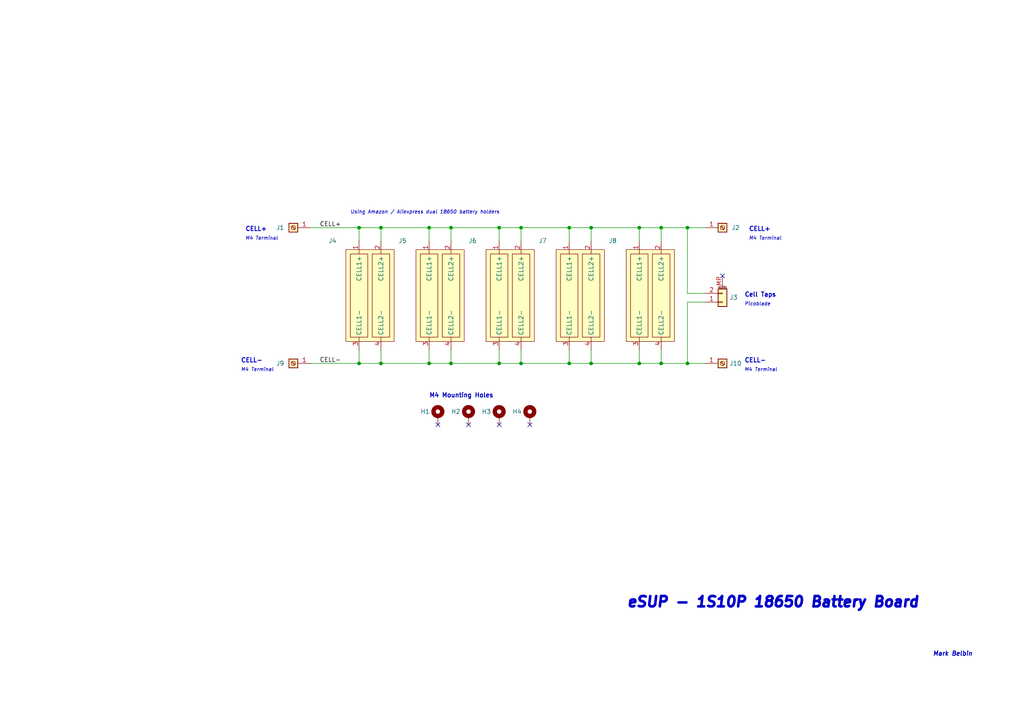
<source format=kicad_sch>
(kicad_sch (version 20230121) (generator eeschema)
  (paper "A4")
  (title_block (title "eSUP - 1S10P 18650 Battery Board") (date "2023-11-11") (rev "V1"))
  (lib_symbols
    (symbol "Connector:Screw_Terminal_01x01" (pin_names (offset 1.016) hide)
      (property "Reference" "J" (at 0 2.54 0))
      (property "Value" "Screw_Terminal_01x01" (at 0 -2.54 0))
      (symbol "Screw_Terminal_01x01_1_1"
        (rectangle (start -1.27 1.27) (end 1.27 -1.27) (stroke (width 0.254)) (fill (type background)))
        (polyline (pts (xy -0.5334 0.3302) (xy 0.3302 -0.508)) (stroke (width 0.1524)))
        (polyline (pts (xy -0.3556 0.508) (xy 0.508 -0.3302)) (stroke (width 0.1524)))
        (circle (center 0 0) (radius 0.635) (stroke (width 0.1524)))
        (pin passive line (at -5.08 0 0) (length 3.81) (name "Pin_1") (number "1"))
      )
    )
    (symbol "Connector_Generic_MountingPin:Conn_01x02_MountingPin" (pin_names (offset 1.016) hide)
      (property "Reference" "J" (at 0 2.54 0))
      (property "Value" "Conn_01x02_MountingPin" (at 1.27 -5.08 0))
      (symbol "Conn_01x02_MountingPin_1_1"
        (rectangle (start -1.27 -2.413) (end 0 -2.667) (stroke (width 0.1524)))
        (rectangle (start -1.27 0.127) (end 0 -0.127) (stroke (width 0.1524)))
        (rectangle (start -1.27 1.27) (end 1.27 -3.81) (stroke (width 0.254)) (fill (type background)))
        (polyline (pts (xy -1.016 -4.572) (xy 1.016 -4.572)) (stroke (width 0.1524)))
        (text "Mounting" (at 0 -4.191 0) (effects (font (size 0.381 0.381))))
        (pin passive line (at -5.08 0 0) (length 3.81) (name "Pin_1") (number "1"))
        (pin passive line (at -5.08 -2.54 0) (length 3.81) (name "Pin_2") (number "2"))
        (pin passive line (at 0 -7.62 90) (length 3.048) (name "MountPin") (number "MP"))
      )
    )
    (symbol "Mechanical:MountingHole_Pad" (pin_numbers hide) (pin_names (offset 1.016) hide)
      (property "Reference" "H" (at 0 6.35 0))
      (property "Value" "MountingHole_Pad" (at 0 4.445 0))
      (symbol "MountingHole_Pad_0_1"
        (circle (center 0 1.27) (radius 1.27) (stroke (width 1.27)))
      )
      (symbol "MountingHole_Pad_1_1"
        (pin input line (at 0 -2.54 90) (length 2.54) (name "1") (number "1"))
      )
    )
    (symbol "battery_holder:dual_18650_battery_holder"
      (property "Reference" "J" (at 8.89 13.97 0))
      (property "Value" "dual_18650_battery_holder" (at 21.59 11.43 0))
      (symbol "dual_18650_battery_holder_0_0"
        (text_box "" (at -5.08 11.43 0) (size 5.08 -24.13) (effects (font (size 1.27 1.27)) (justify left top)))
      )
      (symbol "dual_18650_battery_holder_1_1"
        (rectangle (start -6.35 12.7) (end 7.62 -13.97) (fill (type background)))
        (rectangle (start 1.27 11.43) (end 6.35 -12.7))
        (pin passive line (at -2.54 15.24 270) (length 3.81) (name "CELL1+") (number "1"))
        (pin passive line (at 3.81 15.24 270) (length 3.81) (name "CELL2+") (number "2"))
        (pin passive line (at -2.54 -16.51 90) (length 3.81) (name "CELL1-") (number "3"))
        (pin passive line (at 3.81 -16.51 90) (length 3.81) (name "CELL2-") (number "4"))
      )
    )
  )
  (junction (at 185.42 66.04))
  (junction (at 144.78 66.04))
  (junction (at 171.45 105.41))
  (junction (at 144.78 105.41))
  (junction (at 185.42 105.41))
  (junction (at 165.1 66.04))
  (junction (at 130.81 66.04))
  (junction (at 199.39 66.04))
  (junction (at 110.49 105.41))
  (junction (at 199.39 105.41))
  (junction (at 191.77 105.41))
  (junction (at 110.49 66.04))
  (junction (at 130.81 105.41))
  (junction (at 104.14 66.04))
  (junction (at 171.45 66.04))
  (junction (at 151.13 66.04))
  (junction (at 104.14 105.41))
  (junction (at 151.13 105.41))
  (junction (at 165.1 105.41))
  (junction (at 191.77 66.04))
  (junction (at 124.46 105.41))
  (junction (at 124.46 66.04))
  (no_connect (at 144.78 123.19))
  (no_connect (at 127 123.19))
  (no_connect (at 209.55 80.01))
  (no_connect (at 135.89 123.19))
  (no_connect (at 153.67 123.19))
  (wire (pts (xy 199.39 66.04) (xy 204.47 66.04)))
  (wire (pts (xy 104.14 105.41) (xy 110.49 105.41)))
  (wire (pts (xy 104.14 66.04) (xy 104.14 69.85)))
  (wire (pts (xy 124.46 66.04) (xy 124.46 69.85)))
  (wire (pts (xy 90.17 66.04) (xy 104.14 66.04)))
  (wire (pts (xy 130.81 66.04) (xy 144.78 66.04)))
  (wire (pts (xy 171.45 66.04) (xy 185.42 66.04)))
  (wire (pts (xy 90.17 105.41) (xy 104.14 105.41)))
  (wire (pts (xy 185.42 105.41) (xy 185.42 101.6)))
  (wire (pts (xy 185.42 105.41) (xy 191.77 105.41)))
  (wire (pts (xy 185.42 66.04) (xy 191.77 66.04)))
  (wire (pts (xy 144.78 66.04) (xy 151.13 66.04)))
  (wire (pts (xy 130.81 105.41) (xy 130.81 101.6)))
  (wire (pts (xy 110.49 105.41) (xy 124.46 105.41)))
  (wire (pts (xy 144.78 105.41) (xy 151.13 105.41)))
  (wire (pts (xy 124.46 105.41) (xy 124.46 101.6)))
  (wire (pts (xy 165.1 66.04) (xy 165.1 69.85)))
  (wire (pts (xy 110.49 105.41) (xy 110.49 101.6)))
  (wire (pts (xy 151.13 66.04) (xy 151.13 69.85)))
  (wire (pts (xy 104.14 66.04) (xy 110.49 66.04)))
  (wire (pts (xy 191.77 66.04) (xy 191.77 69.85)))
  (wire (pts (xy 110.49 66.04) (xy 124.46 66.04)))
  (wire (pts (xy 199.39 87.63) (xy 199.39 105.41)))
  (wire (pts (xy 185.42 66.04) (xy 185.42 69.85)))
  (wire (pts (xy 165.1 105.41) (xy 171.45 105.41)))
  (wire (pts (xy 191.77 105.41) (xy 199.39 105.41)))
  (wire (pts (xy 151.13 105.41) (xy 165.1 105.41)))
  (wire (pts (xy 130.81 66.04) (xy 130.81 69.85)))
  (wire (pts (xy 199.39 105.41) (xy 204.47 105.41)))
  (wire (pts (xy 171.45 105.41) (xy 171.45 101.6)))
  (wire (pts (xy 124.46 66.04) (xy 130.81 66.04)))
  (wire (pts (xy 165.1 105.41) (xy 165.1 101.6)))
  (wire (pts (xy 204.47 85.09) (xy 199.39 85.09)))
  (wire (pts (xy 104.14 105.41) (xy 104.14 101.6)))
  (wire (pts (xy 165.1 66.04) (xy 171.45 66.04)))
  (wire (pts (xy 151.13 105.41) (xy 151.13 101.6)))
  (wire (pts (xy 124.46 105.41) (xy 130.81 105.41)))
  (wire (pts (xy 130.81 105.41) (xy 144.78 105.41)))
  (wire (pts (xy 199.39 85.09) (xy 199.39 66.04)))
  (wire (pts (xy 171.45 66.04) (xy 171.45 69.85)))
  (wire (pts (xy 144.78 105.41) (xy 144.78 101.6)))
  (wire (pts (xy 144.78 66.04) (xy 144.78 69.85)))
  (wire (pts (xy 191.77 66.04) (xy 199.39 66.04)))
  (wire (pts (xy 191.77 105.41) (xy 191.77 101.6)))
  (wire (pts (xy 204.47 87.63) (xy 199.39 87.63)))
  (wire (pts (xy 110.49 66.04) (xy 110.49 69.85)))
  (wire (pts (xy 151.13 66.04) (xy 165.1 66.04)))
  (wire (pts (xy 171.45 105.41) (xy 185.42 105.41)))
  (text "CELL+" (at 71.12 67.31 0) (effects (font (size 1.27 1.27) (thickness 0.254) bold) (justify left bottom)))
  (text "Mark Belbin" (at 270.51 190.5 0) (effects (font (size 1.27 1.27) (thickness 0.254) bold italic) (justify left bottom)))
  (text "Cell Taps" (at 215.9 86.36 0) (effects (font (size 1.27 1.27) (thickness 0.254) bold) (justify left bottom)))
  (text "eSUP - 1S10P 18650 Battery Board" (at 181.61 176.53 0) (effects (font (size 3 3) (thickness 0.762) bold italic) (justify left bottom)))
  (text "M4 Terminal\n" (at 217.17 69.85 0) (effects (font (size 1.016 1.016) italic) (justify left bottom)))
  (text "Picoblade" (at 215.9 88.9 0) (effects (font (size 1.016 1.016) italic) (justify left bottom)))
  (text "M4 Terminal\n" (at 215.9 107.95 0) (effects (font (size 1.016 1.016) italic) (justify left bottom)))
  (text "CELL-" (at 215.9 105.41 0) (effects (font (size 1.27 1.27) (thickness 0.254) bold) (justify left bottom)))
  (text "M4 Mounting Holes" (at 124.46 115.57 0) (effects (font (size 1.27 1.27) (thickness 0.254) bold) (justify left bottom)))
  (text "Using Amazon / Aliexpress dual 18650 battery holders\n" (at 101.6 62.23 0) (effects (font (size 1.016 1.016) italic) (justify left bottom)))
  (text "CELL-" (at 69.85 105.41 0) (effects (font (size 1.27 1.27) (thickness 0.254) bold) (justify left bottom)))
  (text "M4 Terminal\n" (at 71.12 69.85 0) (effects (font (size 1.016 1.016) italic) (justify left bottom)))
  (text "M4 Terminal\n" (at 69.85 107.95 0) (effects (font (size 1.016 1.016) italic) (justify left bottom)))
  (text "CELL+" (at 217.17 67.31 0) (effects (font (size 1.27 1.27) (thickness 0.254) bold) (justify left bottom)))
  (label "CELL+" (at 92.71 66.04 0))
  (label "CELL-" (at 92.71 105.41 0))
  (symbol (lib_id "Connector:Screw_Terminal_01x01") (at 85.09 66.04 180) (unit 1)
    (property "Reference" "J1" (at 81.28 66.04 0))
    (property "Value" "Screw_Terminal_01x01" (effects hide))
    (property "Footprint" "battery_holder:Wurth_746600430R" (effects hide))
    (property "MFG" "Würth Elektronik" (effects hide))
    (property "MFG PN" "746600430R" (effects hide))
  )
  (symbol (lib_id "battery_holder:dual_18650_battery_holder") (at 147.32 85.09 0) (unit 1)
    (property "Reference" "J6" (at 135.89 69.85 0) (effects (justify left)))
    (property "Value" "dual_18650_battery_holder" (effects hide))
    (property "Footprint" "battery_holder:dual_18650_battery_holder" (effects hide))
  )
  (symbol (lib_id "Mechanical:MountingHole_Pad") (at 127 120.65 0) (unit 1)
    (property "Reference" "H1" (at 121.92 119.38 0) (effects (justify left)))
    (property "Value" "MountingHole_Pad" (effects hide))
    (property "Footprint" "MountingHole:MountingHole_3.2mm_M3_Pad_Via" (effects hide))
  )
  (symbol (lib_id "battery_holder:dual_18650_battery_holder") (at 187.96 85.09 0) (unit 1)
    (property "Reference" "J8" (at 176.53 69.85 0) (effects (justify left)))
    (property "Value" "dual_18650_battery_holder" (effects hide))
    (property "Footprint" "battery_holder:dual_18650_battery_holder" (effects hide))
  )
  (symbol (lib_id "Connector:Screw_Terminal_01x01") (at 209.55 66.04 0) (unit 1)
    (property "Reference" "J2" (at 213.36 66.04 0))
    (property "Value" "Screw_Terminal_01x01" (effects hide))
    (property "Footprint" "battery_holder:Wurth_746600430R" (effects hide))
    (property "MFG" "Würth Elektronik" (effects hide))
    (property "MFG PN" "746600430R" (effects hide))
  )
  (symbol (lib_id "Mechanical:MountingHole_Pad") (at 135.89 120.65 0) (unit 1)
    (property "Reference" "H2" (at 130.81 119.38 0) (effects (justify left)))
    (property "Value" "MountingHole_Pad" (effects hide))
    (property "Footprint" "MountingHole:MountingHole_3.2mm_M3_Pad_Via" (effects hide))
  )
  (symbol (lib_id "Connector:Screw_Terminal_01x01") (at 85.09 105.41 180) (unit 1)
    (property "Reference" "J9" (at 81.28 105.41 0))
    (property "Value" "Screw_Terminal_01x01" (effects hide))
    (property "Footprint" "battery_holder:Wurth_746600430R" (effects hide))
    (property "MFG" "Würth Elektronik" (effects hide))
    (property "MFG PN" "746600430R" (effects hide))
  )
  (symbol (lib_id "Mechanical:MountingHole_Pad") (at 153.67 120.65 0) (unit 1)
    (property "Reference" "H4" (at 148.59 119.38 0) (effects (justify left)))
    (property "Value" "MountingHole_Pad" (effects hide))
    (property "Footprint" "MountingHole:MountingHole_3.2mm_M3_Pad_Via" (effects hide))
  )
  (symbol (lib_id "battery_holder:dual_18650_battery_holder") (at 167.64 85.09 0) (unit 1)
    (property "Reference" "J7" (at 156.21 69.85 0) (effects (justify left)))
    (property "Value" "dual_18650_battery_holder" (effects hide))
    (property "Footprint" "battery_holder:dual_18650_battery_holder" (effects hide))
  )
  (symbol (lib_id "battery_holder:dual_18650_battery_holder") (at 127 85.09 0) (unit 1)
    (property "Reference" "J5" (at 115.57 69.85 0) (effects (justify left)))
    (property "Value" "dual_18650_battery_holder" (effects hide))
    (property "Footprint" "battery_holder:dual_18650_battery_holder" (effects hide))
  )
  (symbol (lib_id "battery_holder:dual_18650_battery_holder") (at 106.68 85.09 0) (unit 1)
    (property "Reference" "J4" (at 95.25 69.85 0) (effects (justify left)))
    (property "Value" "dual_18650_battery_holder" (effects hide))
    (property "Footprint" "battery_holder:dual_18650_battery_holder" (effects hide))
  )
  (symbol (lib_id "Connector:Screw_Terminal_01x01") (at 209.55 105.41 0) (unit 1)
    (property "Reference" "J10" (at 213.36 105.41 0))
    (property "Value" "Screw_Terminal_01x01" (effects hide))
    (property "Footprint" "battery_holder:Wurth_746600430R" (effects hide))
    (property "MFG" "Würth Elektronik" (effects hide))
    (property "MFG PN" "746600430R" (effects hide))
  )
  (symbol (lib_id "Mechanical:MountingHole_Pad") (at 144.78 120.65 0) (unit 1)
    (property "Reference" "H3" (at 139.7 119.38 0) (effects (justify left)))
    (property "Value" "MountingHole_Pad" (effects hide))
    (property "Footprint" "MountingHole:MountingHole_3.2mm_M3_Pad_Via" (effects hide))
  )
  (symbol (lib_id "Connector_Generic_MountingPin:Conn_01x02_MountingPin") (at 209.55 87.63 0) (mirror x) (unit 1)
    (property "Reference" "J3" (at 211.582 86.2584 0) (effects (justify left)))
    (property "Value" "Conn_01x02" (effects hide))
    (property "Footprint" "Connector_Molex:Molex_PicoBlade_53261-0271_1x02-1MP_P1.25mm_Horizontal" (effects hide))
    (property "MFG" "Molex" (effects hide))
    (property "MFG PN" "0532610271" (effects hide))
  )
)
</source>
